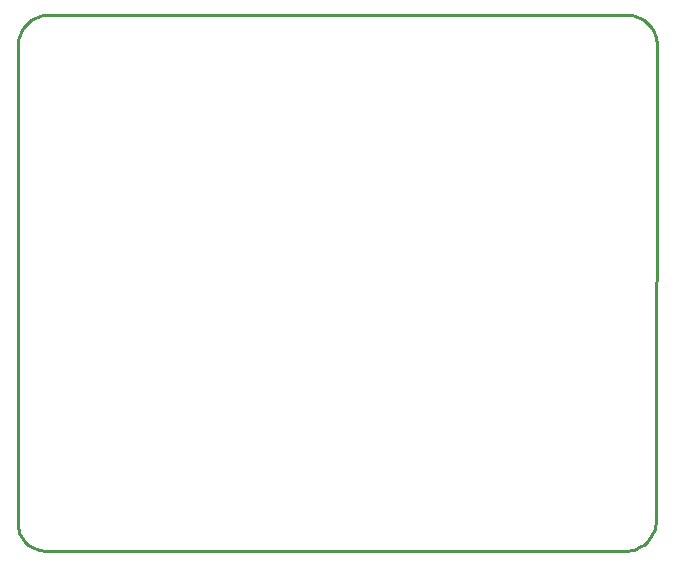
<source format=gbr>
G04 EAGLE Gerber RS-274X export*
G75*
%MOMM*%
%FSLAX34Y34*%
%LPD*%
%IN*%
%IPPOS*%
%AMOC8*
5,1,8,0,0,1.08239X$1,22.5*%
G01*
G04 Define Apertures*
%ADD10C,0.254000*%
D10*
X25146Y155956D02*
X25092Y153880D01*
X25220Y151807D01*
X25528Y149753D01*
X26014Y147734D01*
X26673Y145765D01*
X27502Y143860D01*
X28494Y142036D01*
X29641Y140304D01*
X30935Y138679D01*
X32365Y137173D01*
X33921Y135798D01*
X35591Y134563D01*
X37362Y133479D01*
X39221Y132553D01*
X41154Y131793D01*
X43145Y131204D01*
X45180Y130790D01*
X47244Y130556D01*
X537464Y130302D01*
X539815Y130294D01*
X542159Y130491D01*
X544476Y130891D01*
X546749Y131491D01*
X548962Y132288D01*
X551096Y133274D01*
X553137Y134443D01*
X555068Y135785D01*
X556874Y137290D01*
X558543Y138947D01*
X560060Y140743D01*
X561416Y142664D01*
X562599Y144696D01*
X563600Y146824D01*
X564412Y149031D01*
X565028Y151300D01*
X565445Y153614D01*
X565658Y155956D01*
X566420Y558800D01*
X566323Y561014D01*
X566034Y563211D01*
X565555Y565374D01*
X564888Y567487D01*
X564040Y569535D01*
X563017Y571500D01*
X561826Y573369D01*
X560478Y575127D01*
X558981Y576761D01*
X557347Y578258D01*
X555589Y579606D01*
X553720Y580797D01*
X551755Y581820D01*
X549707Y582668D01*
X547594Y583335D01*
X545431Y583814D01*
X543234Y584103D01*
X541020Y584200D01*
X50800Y584200D01*
X48586Y584103D01*
X46389Y583814D01*
X44226Y583335D01*
X42113Y582668D01*
X40066Y581820D01*
X38100Y580797D01*
X36231Y579606D01*
X34473Y578258D01*
X32840Y576761D01*
X31342Y575127D01*
X29994Y573369D01*
X28803Y571500D01*
X27780Y569535D01*
X26932Y567487D01*
X26265Y565374D01*
X25786Y563211D01*
X25497Y561014D01*
X25400Y558800D01*
X25146Y155956D01*
M02*

</source>
